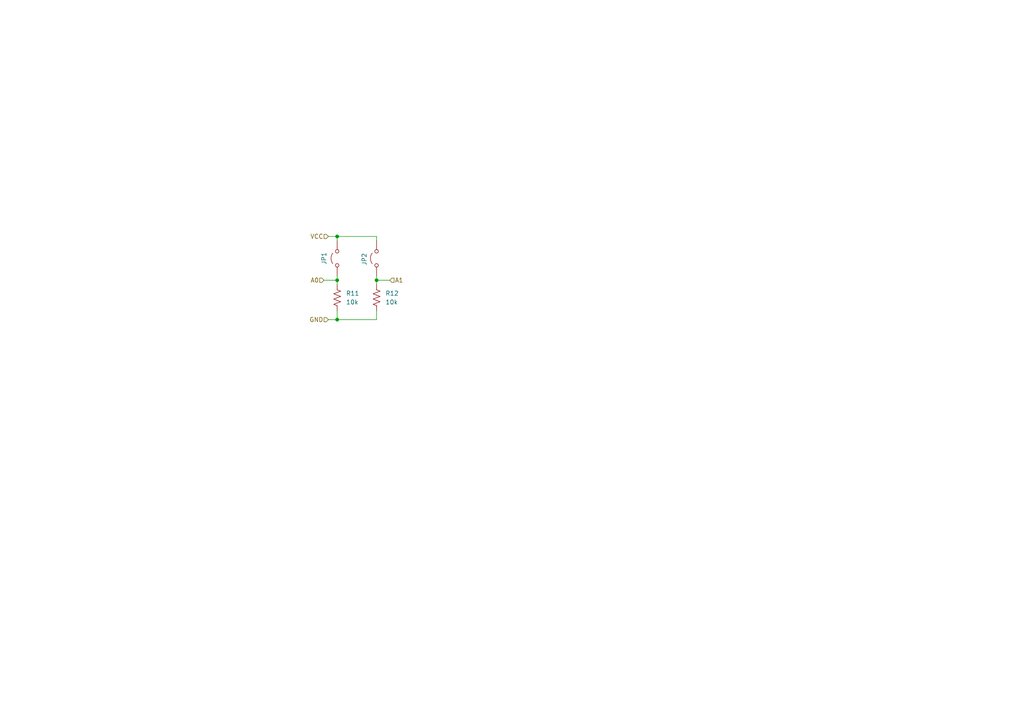
<source format=kicad_sch>
(kicad_sch (version 20250114) (generator "eeschema") (generator_version "9.0")
  (paper "A4")
  (lib_symbols
    (symbol "Device:R_US" (pin_numbers (hide yes)) (pin_names (offset 0))
      (property "Reference" "R" (at 2.54 0 90))
      (property "Value" "R_US" (at -2.54 0 90))
      (symbol "R_US_0_1"
        (polyline (pts (xy 0 2.286) (xy 0 2.54)))
        (polyline (pts (xy 0 2.286) (xy 1.016 1.905) (xy 0 1.524) (xy -1.016 1.143) (xy 0 0.762)))
        (polyline (pts (xy 0 0.762) (xy 1.016 0.381) (xy 0 0) (xy -1.016 -0.381) (xy 0 -0.762)))
        (polyline (pts (xy 0 -0.762) (xy 1.016 -1.143) (xy 0 -1.524) (xy -1.016 -1.905) (xy 0 -2.286)))
        (polyline (pts (xy 0 -2.286) (xy 0 -2.54)))
      )
      (symbol "R_US_1_1"
        (pin passive line (at 0 3.81 270) (length 1.27) (name "~") (number "1"))
        (pin passive line (at 0 -3.81 90) (length 1.27) (name "~") (number "2"))
      )
    )
    (symbol "Jumper:Jumper_2_Open" (pin_numbers (hide yes)) (pin_names (offset 0) (hide yes))
      (property "Reference" "JP" (at 0 2.794 0))
      (property "Value" "Jumper_2_Open" (at 0 -2.286 0))
      (symbol "Jumper_2_Open_0_0"
        (circle (center -2.032 0) (radius 0.508))
        (circle (center 2.032 0) (radius 0.508))
      )
      (symbol "Jumper_2_Open_0_1"
        (arc (start -1.524 1.27) (mid 0 1.778) (end 1.524 1.27))
      )
      (symbol "Jumper_2_Open_1_1"
        (pin passive line (at -5.08 0 0) (length 2.54) (name "A") (number "1"))
        (pin passive line (at 5.08 0 180) (length 2.54) (name "B") (number "2"))
      )
    )
  )
  (junction (at 97.79 92.71))
  (junction (at 97.79 68.58))
  (junction (at 109.22 81.28))
  (junction (at 97.79 81.28))
  (wire (pts (xy 97.79 90.17) (xy 97.79 92.71)))
  (wire (pts (xy 95.25 92.71) (xy 97.79 92.71)))
  (wire (pts (xy 97.79 81.28) (xy 97.79 82.55)))
  (wire (pts (xy 93.98 81.28) (xy 97.79 81.28)))
  (wire (pts (xy 97.79 68.58) (xy 97.79 69.85)))
  (wire (pts (xy 97.79 68.58) (xy 109.22 68.58)))
  (wire (pts (xy 109.22 68.58) (xy 109.22 69.85)))
  (wire (pts (xy 109.22 81.28) (xy 113.03 81.28)))
  (wire (pts (xy 109.22 81.28) (xy 109.22 82.55)))
  (wire (pts (xy 109.22 90.17) (xy 109.22 92.71)))
  (wire (pts (xy 95.25 68.58) (xy 97.79 68.58)))
  (wire (pts (xy 97.79 80.01) (xy 97.79 81.28)))
  (wire (pts (xy 109.22 80.01) (xy 109.22 81.28)))
  (wire (pts (xy 97.79 92.71) (xy 109.22 92.71)))
  (hierarchical_label "A0" (shape input) (at 93.98 81.28 180))
  (hierarchical_label "GND" (shape input) (at 95.25 92.71 180))
  (hierarchical_label "A1" (shape input) (at 113.03 81.28 0))
  (hierarchical_label "VCC" (shape input) (at 95.25 68.58 180))
  (symbol (lib_id "Device:R_US") (at 109.22 86.36 0) (unit 1)
    (property "Reference" "R12" (at 111.76 85.0899 0) (effects (justify left)))
    (property "Value" "10k" (at 111.76 87.6299 0) (effects (justify left)))
    (property "Footprint" "Resistor_THT:R_Axial_DIN0207_L6.3mm_D2.5mm_P10.16mm_Horizontal" (effects (hide yes)))
    (property "Description" "Resistor, US symbol" (effects (hide yes)))
  )
  (symbol (lib_id "Jumper:Jumper_2_Open") (at 109.22 74.93 90) (unit 1)
    (property "Reference" "JP2" (at 105.664 75.184 0))
    (property "Value" "Jumper_2_Open" (effects (hide yes)))
    (property "Footprint" "Connector_PinHeader_2.54mm:PinHeader_1x02_P2.54mm_Vertical" (effects (hide yes)))
    (property "Description" "Jumper, 2-pole, open" (effects (hide yes)))
  )
  (symbol (lib_id "Device:R_US") (at 97.79 86.36 0) (unit 1)
    (property "Reference" "R11" (at 100.33 85.0899 0) (effects (justify left)))
    (property "Value" "10k" (at 100.33 87.6299 0) (effects (justify left)))
    (property "Footprint" "Resistor_THT:R_Axial_DIN0207_L6.3mm_D2.5mm_P10.16mm_Horizontal" (effects (hide yes)))
    (property "Description" "Resistor, US symbol" (effects (hide yes)))
  )
  (symbol (lib_id "Jumper:Jumper_2_Open") (at 97.79 74.93 90) (unit 1)
    (property "Reference" "JP1" (at 93.98 74.93 0))
    (property "Value" "Jumper_2_Open" (effects (hide yes)))
    (property "Footprint" "Connector_PinHeader_2.54mm:PinHeader_1x02_P2.54mm_Vertical" (effects (hide yes)))
    (property "Description" "Jumper, 2-pole, open" (effects (hide yes)))
  )
)
</source>
